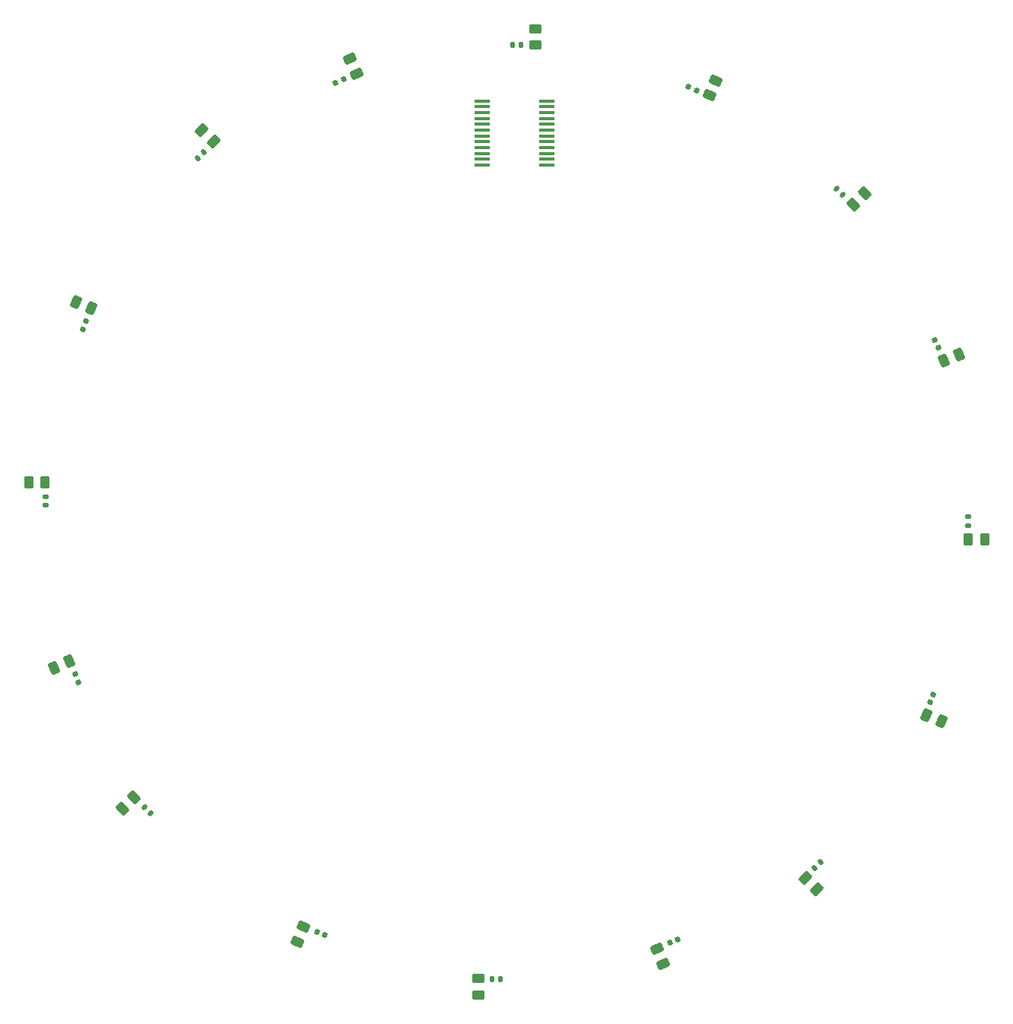
<source format=gbr>
%TF.GenerationSoftware,KiCad,Pcbnew,7.0.9*%
%TF.CreationDate,2024-12-18T22:21:05+09:00*%
%TF.ProjectId,IR_Bored_ESP32,49525f42-6f72-4656-945f-45535033322e,rev?*%
%TF.SameCoordinates,Original*%
%TF.FileFunction,Paste,Top*%
%TF.FilePolarity,Positive*%
%FSLAX46Y46*%
G04 Gerber Fmt 4.6, Leading zero omitted, Abs format (unit mm)*
G04 Created by KiCad (PCBNEW 7.0.9) date 2024-12-18 22:21:05*
%MOMM*%
%LPD*%
G01*
G04 APERTURE LIST*
G04 Aperture macros list*
%AMRoundRect*
0 Rectangle with rounded corners*
0 $1 Rounding radius*
0 $2 $3 $4 $5 $6 $7 $8 $9 X,Y pos of 4 corners*
0 Add a 4 corners polygon primitive as box body*
4,1,4,$2,$3,$4,$5,$6,$7,$8,$9,$2,$3,0*
0 Add four circle primitives for the rounded corners*
1,1,$1+$1,$2,$3*
1,1,$1+$1,$4,$5*
1,1,$1+$1,$6,$7*
1,1,$1+$1,$8,$9*
0 Add four rect primitives between the rounded corners*
20,1,$1+$1,$2,$3,$4,$5,0*
20,1,$1+$1,$4,$5,$6,$7,0*
20,1,$1+$1,$6,$7,$8,$9,0*
20,1,$1+$1,$8,$9,$2,$3,0*%
G04 Aperture macros list end*
%ADD10RoundRect,0.250000X0.503814X0.132583X0.132583X0.503814X-0.503814X-0.132583X-0.132583X-0.503814X0*%
%ADD11RoundRect,0.140000X0.194399X0.103484X-0.064287X0.210635X-0.194399X-0.103484X0.064287X-0.210635X0*%
%ADD12RoundRect,0.250000X0.132583X-0.503814X0.503814X-0.132583X-0.132583X0.503814X-0.503814X0.132583X0*%
%ADD13RoundRect,0.140000X0.219203X0.021213X0.021213X0.219203X-0.219203X-0.021213X-0.021213X-0.219203X0*%
%ADD14RoundRect,0.140000X-0.140000X-0.170000X0.140000X-0.170000X0.140000X0.170000X-0.140000X0.170000X0*%
%ADD15RoundRect,0.140000X-0.210635X0.064287X-0.103484X-0.194399X0.210635X-0.064287X0.103484X0.194399X0*%
%ADD16RoundRect,0.250000X-0.414726X-0.315291X0.070311X-0.516200X0.414726X0.315291X-0.070311X0.516200X0*%
%ADD17RoundRect,0.140000X0.210635X-0.064287X0.103484X0.194399X-0.210635X0.064287X-0.103484X-0.194399X0*%
%ADD18RoundRect,0.250000X-0.132583X0.503814X-0.503814X0.132583X0.132583X-0.503814X0.503814X-0.132583X0*%
%ADD19RoundRect,0.250000X0.070311X0.516200X-0.414726X0.315291X-0.070311X-0.516200X0.414726X-0.315291X0*%
%ADD20RoundRect,0.250000X-0.262500X-0.450000X0.262500X-0.450000X0.262500X0.450000X-0.262500X0.450000X0*%
%ADD21RoundRect,0.140000X0.021213X-0.219203X0.219203X-0.021213X-0.021213X0.219203X-0.219203X0.021213X0*%
%ADD22RoundRect,0.250000X0.262500X0.450000X-0.262500X0.450000X-0.262500X-0.450000X0.262500X-0.450000X0*%
%ADD23RoundRect,0.250000X0.450000X-0.262500X0.450000X0.262500X-0.450000X0.262500X-0.450000X-0.262500X0*%
%ADD24RoundRect,0.250000X-0.070311X-0.516200X0.414726X-0.315291X0.070311X0.516200X-0.414726X0.315291X0*%
%ADD25RoundRect,0.250000X0.414726X0.315291X-0.070311X0.516200X-0.414726X-0.315291X0.070311X-0.516200X0*%
%ADD26RoundRect,0.140000X-0.103484X0.194399X-0.210635X-0.064287X0.103484X-0.194399X0.210635X0.064287X0*%
%ADD27RoundRect,0.140000X-0.021213X0.219203X-0.219203X0.021213X0.021213X-0.219203X0.219203X-0.021213X0*%
%ADD28RoundRect,0.250000X-0.450000X0.262500X-0.450000X-0.262500X0.450000X-0.262500X0.450000X0.262500X0*%
%ADD29RoundRect,0.250000X0.315291X-0.414726X0.516200X0.070311X-0.315291X0.414726X-0.516200X-0.070311X0*%
%ADD30RoundRect,0.140000X-0.064287X-0.210635X0.194399X-0.103484X0.064287X0.210635X-0.194399X0.103484X0*%
%ADD31RoundRect,0.250000X-0.503814X-0.132583X-0.132583X-0.503814X0.503814X0.132583X0.132583X0.503814X0*%
%ADD32RoundRect,0.250000X-0.516200X0.070311X-0.315291X-0.414726X0.516200X-0.070311X0.315291X0.414726X0*%
%ADD33RoundRect,0.140000X0.103484X-0.194399X0.210635X0.064287X-0.103484X0.194399X-0.210635X-0.064287X0*%
%ADD34RoundRect,0.250000X-0.315291X0.414726X-0.516200X-0.070311X0.315291X-0.414726X0.516200X0.070311X0*%
%ADD35RoundRect,0.250000X0.516200X-0.070311X0.315291X0.414726X-0.516200X0.070311X-0.315291X-0.414726X0*%
%ADD36R,1.750000X0.450000*%
%ADD37RoundRect,0.140000X-0.170000X0.140000X-0.170000X-0.140000X0.170000X-0.140000X0.170000X0.140000X0*%
%ADD38RoundRect,0.140000X-0.219203X-0.021213X-0.021213X-0.219203X0.219203X0.021213X0.021213X0.219203X0*%
%ADD39RoundRect,0.140000X0.064287X0.210635X-0.194399X0.103484X-0.064287X-0.210635X0.194399X-0.103484X0*%
%ADD40RoundRect,0.140000X0.170000X-0.140000X0.170000X0.140000X-0.170000X0.140000X-0.170000X-0.140000X0*%
%ADD41RoundRect,0.140000X0.140000X0.170000X-0.140000X0.170000X-0.140000X-0.170000X0.140000X-0.170000X0*%
%ADD42RoundRect,0.140000X-0.194399X-0.103484X0.064287X-0.210635X0.194399X0.103484X-0.064287X0.210635X0*%
G04 APERTURE END LIST*
D10*
%TO.C,R1*%
X156845235Y-44565235D03*
X155554765Y-43274765D03*
%TD*%
D11*
%TO.C,C16*%
X210608232Y-38826948D03*
X209721308Y-38459572D03*
%TD*%
D12*
%TO.C,R15*%
X228072221Y-51570978D03*
X229362691Y-50280508D03*
%TD*%
D13*
%TO.C,C15*%
X226921405Y-50473195D03*
X226242583Y-49794373D03*
%TD*%
D14*
%TO.C,C11*%
X187840000Y-137710000D03*
X188800000Y-137710000D03*
%TD*%
D15*
%TO.C,C6*%
X141444014Y-103836295D03*
X141811390Y-104723219D03*
%TD*%
D16*
%TO.C,R10*%
X236206960Y-108380801D03*
X237893040Y-109079199D03*
%TD*%
D17*
%TO.C,C14*%
X237535986Y-67475705D03*
X237168610Y-66588781D03*
%TD*%
D18*
%TO.C,R7*%
X147985235Y-117494765D03*
X146694765Y-118785235D03*
%TD*%
D19*
%TO.C,R6*%
X140800903Y-102381678D03*
X139114823Y-103080076D03*
%TD*%
D20*
%TO.C,R13*%
X240873502Y-88835998D03*
X242698502Y-88835998D03*
%TD*%
D21*
%TO.C,C9*%
X223741178Y-125388822D03*
X224420000Y-124710000D03*
%TD*%
D22*
%TO.C,R5*%
X138106500Y-82476001D03*
X136281500Y-82476001D03*
%TD*%
D23*
%TO.C,R3*%
X192670000Y-33792500D03*
X192670000Y-31967500D03*
%TD*%
D24*
%TO.C,R14*%
X238179098Y-68930321D03*
X239865178Y-68231923D03*
%TD*%
D25*
%TO.C,R2*%
X143234769Y-63054450D03*
X141548689Y-62356052D03*
%TD*%
D26*
%TO.C,C2*%
X142660948Y-64537767D03*
X142293572Y-65424691D03*
%TD*%
D27*
%TO.C,C1*%
X155800000Y-45730000D03*
X155121178Y-46408822D03*
%TD*%
D28*
%TO.C,R11*%
X186310000Y-137690000D03*
X186310000Y-139515000D03*
%TD*%
D29*
%TO.C,R16*%
X212091551Y-39400769D03*
X212789949Y-37714689D03*
%TD*%
D30*
%TO.C,C12*%
X207670295Y-133701986D03*
X208557219Y-133334610D03*
%TD*%
D31*
%TO.C,R9*%
X222710000Y-126480000D03*
X224000470Y-127770470D03*
%TD*%
D32*
%TO.C,R12*%
X206215679Y-134345098D03*
X206914077Y-136031178D03*
%TD*%
D33*
%TO.C,C10*%
X236636312Y-106943462D03*
X237003688Y-106056538D03*
%TD*%
D34*
%TO.C,R8*%
X166888451Y-131911232D03*
X166190053Y-133597312D03*
%TD*%
D35*
%TO.C,R4*%
X172764323Y-36966903D03*
X172065925Y-35280823D03*
%TD*%
D36*
%TO.C,U16*%
X186791600Y-40005000D03*
X186791600Y-40655000D03*
X186791600Y-41305000D03*
X186791600Y-41955000D03*
X186791600Y-42605000D03*
X186791600Y-43255000D03*
X186791600Y-43905000D03*
X186791600Y-44555000D03*
X186791600Y-45205000D03*
X186791600Y-45855000D03*
X186791600Y-46505000D03*
X186791600Y-47155000D03*
X193991600Y-47155000D03*
X193991600Y-46505000D03*
X193991600Y-45855000D03*
X193991600Y-45205000D03*
X193991600Y-44555000D03*
X193991600Y-43905000D03*
X193991600Y-43255000D03*
X193991600Y-42605000D03*
X193991600Y-41955000D03*
X193991600Y-41305000D03*
X193991600Y-40655000D03*
X193991600Y-40005000D03*
%TD*%
D37*
%TO.C,C5*%
X138143999Y-84065999D03*
X138143999Y-85025999D03*
%TD*%
D38*
%TO.C,C7*%
X149180589Y-118610589D03*
X149859411Y-119289411D03*
%TD*%
D39*
%TO.C,C4*%
X171309705Y-37610015D03*
X170422781Y-37977391D03*
%TD*%
D40*
%TO.C,C13*%
X240836001Y-87246001D03*
X240836001Y-86286001D03*
%TD*%
D41*
%TO.C,C3*%
X191120000Y-33810000D03*
X190160000Y-33810000D03*
%TD*%
D42*
%TO.C,C8*%
X168371767Y-132485052D03*
X169258691Y-132852428D03*
%TD*%
M02*

</source>
